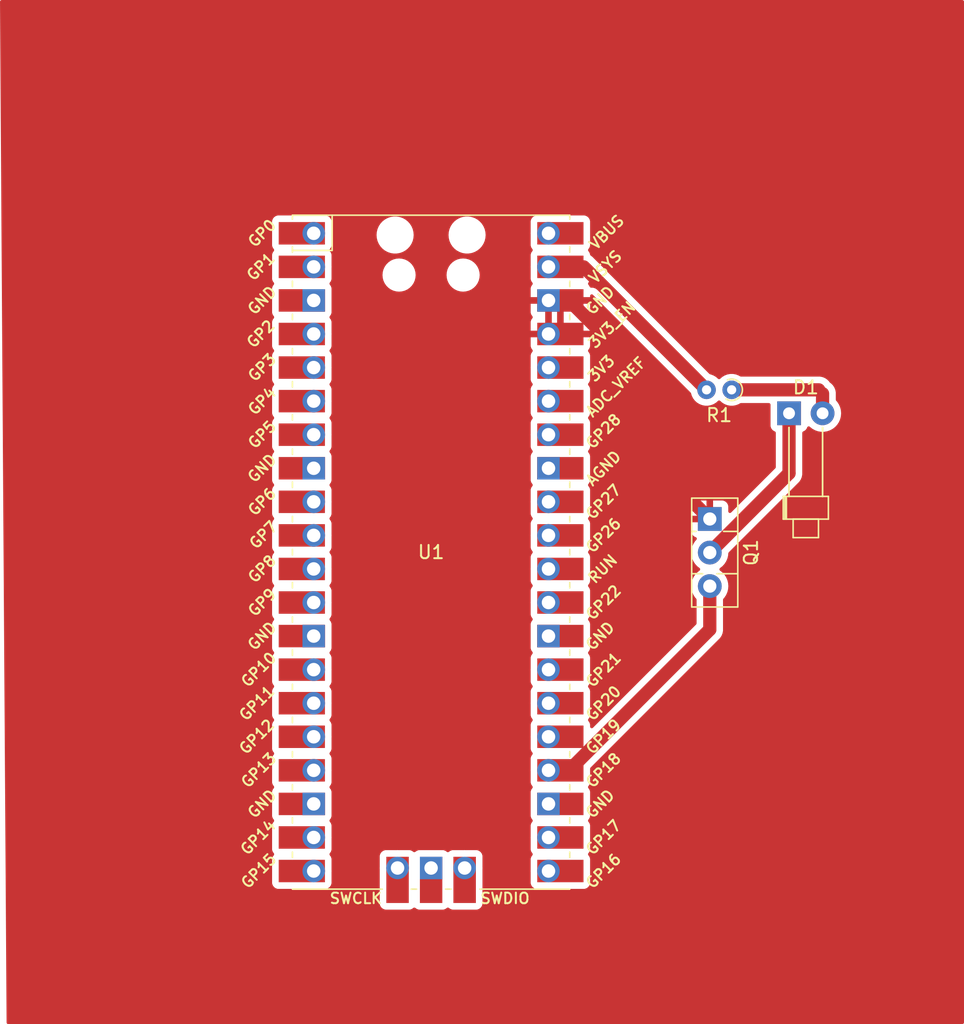
<source format=kicad_pcb>
(kicad_pcb (version 20240108) (generator "pcbnew") (generator_version "8.0")
  (layers (0 "F.Cu" signal) (31 "B.Cu" signal) (34 "B.Paste" user) (35 "F.Paste" user) (36 "B.SilkS" user "B.Silkscreen") (37 "F.SilkS" user "F.Silkscreen") (38 "B.Mask" user) (39 "F.Mask" user) (44 "Edge.Cuts" user))
  (net 0 "")
  (net 1 "Net-(D1-K)")
  (net 2 "Net-(D1-A)")
  (net 3 "GND")
  (net 4 "Net-(Q1-B)")
  (net 5 "VCC")
  (footprint "MCU_RaspberryPi_and_Boards:RPi_Pico_SMD_TH" (layer "F.Cu") (at 145.145 94.785)
    (property "Reference" "U1" (at 0 0 0) (layer "F.SilkS"))
    (property "Value" "Pico")
    (fp_line (start -10.5 -25.5) (end -10.5 -25.2) (stroke (width 0.12)) (layer "F.SilkS"))
    (fp_line (start -10.5 -25.5) (end 10.5 -25.5) (stroke (width 0.12)) (layer "F.SilkS"))
    (fp_line (start -10.5 -23.1) (end -10.5 -22.7) (stroke (width 0.12)) (layer "F.SilkS"))
    (fp_line (start -10.5 -22.833) (end -7.493 -22.833) (stroke (width 0.12)) (layer "F.SilkS"))
    (fp_line (start -10.5 -20.5) (end -10.5 -20.1) (stroke (width 0.12)) (layer "F.SilkS"))
    (fp_line (start -10.5 -18) (end -10.5 -17.6) (stroke (width 0.12)) (layer "F.SilkS"))
    (fp_line (start -10.5 -15.4) (end -10.5 -15) (stroke (width 0.12)) (layer "F.SilkS"))
    (fp_line (start -10.5 -12.9) (end -10.5 -12.5) (stroke (width 0.12)) (layer "F.SilkS"))
    (fp_line (start -10.5 -10.4) (end -10.5 -10) (stroke (width 0.12)) (layer "F.SilkS"))
    (fp_line (start -10.5 -7.8) (end -10.5 -7.4) (stroke (width 0.12)) (layer "F.SilkS"))
    (fp_line (start -10.5 -5.3) (end -10.5 -4.9) (stroke (width 0.12)) (layer "F.SilkS"))
    (fp_line (start -10.5 -2.7) (end -10.5 -2.3) (stroke (width 0.12)) (layer "F.SilkS"))
    (fp_line (start -10.5 -0.2) (end -10.5 0.2) (stroke (width 0.12)) (layer "F.SilkS"))
    (fp_line (start -10.5 2.3) (end -10.5 2.7) (stroke (width 0.12)) (layer "F.SilkS"))
    (fp_line (start -10.5 4.9) (end -10.5 5.3) (stroke (width 0.12)) (layer "F.SilkS"))
    (fp_line (start -10.5 7.4) (end -10.5 7.8) (stroke (width 0.12)) (layer "F.SilkS"))
    (fp_line (start -10.5 10) (end -10.5 10.4) (stroke (width 0.12)) (layer "F.SilkS"))
    (fp_line (start -10.5 12.5) (end -10.5 12.9) (stroke (width 0.12)) (layer "F.SilkS"))
    (fp_line (start -10.5 15.1) (end -10.5 15.5) (stroke (width 0.12)) (layer "F.SilkS"))
    (fp_line (start -10.5 17.6) (end -10.5 18) (stroke (width 0.12)) (layer "F.SilkS"))
    (fp_line (start -10.5 20.1) (end -10.5 20.5) (stroke (width 0.12)) (layer "F.SilkS"))
    (fp_line (start -10.5 22.7) (end -10.5 23.1) (stroke (width 0.12)) (layer "F.SilkS"))
    (fp_line (start -7.493 -22.833) (end -7.493 -25.5) (stroke (width 0.12)) (layer "F.SilkS"))
    (fp_line (start -3.7 25.5) (end -10.5 25.5) (stroke (width 0.12)) (layer "F.SilkS"))
    (fp_line (start -1.5 25.5) (end -1.1 25.5) (stroke (width 0.12)) (layer "F.SilkS"))
    (fp_line (start 1.1 25.5) (end 1.5 25.5) (stroke (width 0.12)) (layer "F.SilkS"))
    (fp_line (start 10.5 -25.5) (end 10.5 -25.2) (stroke (width 0.12)) (layer "F.SilkS"))
    (fp_line (start 10.5 -23.1) (end 10.5 -22.7) (stroke (width 0.12)) (layer "F.SilkS"))
    (fp_line (start 10.5 -20.5) (end 10.5 -20.1) (stroke (width 0.12)) (layer "F.SilkS"))
    (fp_line (start 10.5 -18) (end 10.5 -17.6) (stroke (width 0.12)) (layer "F.SilkS"))
    (fp_line (start 10.5 -15.4) (end 10.5 -15) (stroke (width 0.12)) (layer "F.SilkS"))
    (fp_line (start 10.5 -12.9) (end 10.5 -12.5) (stroke (width 0.12)) (layer "F.SilkS"))
    (fp_line (start 10.5 -10.4) (end 10.5 -10) (stroke (width 0.12)) (layer "F.SilkS"))
    (fp_line (start 10.5 -7.8) (end 10.5 -7.4) (stroke (width 0.12)) (layer "F.SilkS"))
    (fp_line (start 10.5 -5.3) (end 10.5 -4.9) (stroke (width 0.12)) (layer "F.SilkS"))
    (fp_line (start 10.5 -2.7) (end 10.5 -2.3) (stroke (width 0.12)) (layer "F.SilkS"))
    (fp_line (start 10.5 -0.2) (end 10.5 0.2) (stroke (width 0.12)) (layer "F.SilkS"))
    (fp_line (start 10.5 2.3) (end 10.5 2.7) (stroke (width 0.12)) (layer "F.SilkS"))
    (fp_line (start 10.5 4.9) (end 10.5 5.3) (stroke (width 0.12)) (layer "F.SilkS"))
    (fp_line (start 10.5 7.4) (end 10.5 7.8) (stroke (width 0.12)) (layer "F.SilkS"))
    (fp_line (start 10.5 10) (end 10.5 10.4) (stroke (width 0.12)) (layer "F.SilkS"))
    (fp_line (start 10.5 12.5) (end 10.5 12.9) (stroke (width 0.12)) (layer "F.SilkS"))
    (fp_line (start 10.5 15.1) (end 10.5 15.5) (stroke (width 0.12)) (layer "F.SilkS"))
    (fp_line (start 10.5 17.6) (end 10.5 18) (stroke (width 0.12)) (layer "F.SilkS"))
    (fp_line (start 10.5 20.1) (end 10.5 20.5) (stroke (width 0.12)) (layer "F.SilkS"))
    (fp_line (start 10.5 22.7) (end 10.5 23.1) (stroke (width 0.12)) (layer "F.SilkS"))
    (fp_line (start 10.5 25.5) (end 3.7 25.5) (stroke (width 0.12)) (layer "F.SilkS"))
    (fp_text user "GND" (at 12.8 19.05 45) (layer "F.SilkS") (effects (font (size 0.8 0.8))))
    (fp_text user "GND" (at -12.8 -6.35 45) (layer "F.SilkS") (effects (font (size 0.8 0.8))))
    (fp_text user "GP28" (at 13.054 -9.144 45) (layer "F.SilkS") (effects (font (size 0.8 0.8))))
    (fp_text user "GP17" (at 13.054 21.59 45) (layer "F.SilkS") (effects (font (size 0.8 0.8))))
    (fp_text user "GP4" (at -12.8 -11.43 45) (layer "F.SilkS") (effects (font (size 0.8 0.8))))
    (fp_text user "GND" (at -12.8 19.05 45) (layer "F.SilkS") (effects (font (size 0.8 0.8))))
    (fp_text user "GP13" (at -13.054 16.51 45) (layer "F.SilkS") (effects (font (size 0.8 0.8))))
    (fp_text user "VBUS" (at 13.3 -24.2 45) (layer "F.SilkS") (effects (font (size 0.8 0.8))))
    (fp_text user "GP2" (at -12.9 -16.51 45) (layer "F.SilkS") (effects (font (size 0.8 0.8))))
    (fp_text user "GP8" (at -12.8 1.27 45) (layer "F.SilkS") (effects (font (size 0.8 0.8))))
    (fp_text user "GP14" (at -13.1 21.59 45) (layer "F.SilkS") (effects (font (size 0.8 0.8))))
    (fp_text user "GP15" (at -13.054 24.13 45) (layer "F.SilkS") (effects (font (size 0.8 0.8))))
    (fp_text user "3V3_EN" (at 13.7 -17.2 45) (layer "F.SilkS") (effects (font (size 0.8 0.8))))
    (fp_text user "GND" (at -12.8 6.35 45) (layer "F.SilkS") (effects (font (size 0.8 0.8))))
    (fp_text user "GP10" (at -13.054 8.89 45) (layer "F.SilkS") (effects (font (size 0.8 0.8))))
    (fp_text user "3V3" (at 12.9 -13.9 45) (layer "F.SilkS") (effects (font (size 0.8 0.8))))
    (fp_text user "GP22" (at 13.054 3.81 45) (layer "F.SilkS") (effects (font (size 0.8 0.8))))
    (fp_text user "ADC_VREF" (at 14 -12.5 45) (layer "F.SilkS") (effects (font (size 0.8 0.8))))
    (fp_text user "GP11" (at -13.2 11.43 45) (layer "F.SilkS") (effects (font (size 0.8 0.8))))
    (fp_text user "GP26" (at 13.054 -1.27 45) (layer "F.SilkS") (effects (font (size 0.8 0.8))))
    (fp_text user "RUN" (at 13 1.27 45) (layer "F.SilkS") (effects (font (size 0.8 0.8))))
    (fp_text user "GND" (at -12.8 -19.05 45) (layer "F.SilkS") (effects (font (size 0.8 0.8))))
    (fp_text user "GP16" (at 13.054 24.13 45) (layer "F.SilkS") (effects (font (size 0.8 0.8))))
    (fp_text user "GP5" (at -12.8 -8.89 45) (layer "F.SilkS") (effects (font (size 0.8 0.8))))
    (fp_text user "GP21" (at 13.054 8.9 45) (layer "F.SilkS") (effects (font (size 0.8 0.8))))
    (fp_text user "GP20" (at 13.054 11.43 45) (layer "F.SilkS") (effects (font (size 0.8 0.8))))
    (fp_text user "GP12" (at -13.2 13.97 45) (layer "F.SilkS") (effects (font (size 0.8 0.8))))
    (fp_text user "GP27" (at 13.054 -3.8 45) (layer "F.SilkS") (effects (font (size 0.8 0.8))))
    (fp_text user "SWCLK" (at -5.7 26.2 0) (layer "F.SilkS") (effects (font (size 0.8 0.8))))
    (fp_text user "GP7" (at -12.7 -1.3 45) (layer "F.SilkS") (effects (font (size 0.8 0.8))))
    (fp_text user "GP9" (at -12.8 3.81 45) (layer "F.SilkS") (effects (font (size 0.8 0.8))))
    (fp_text user "GP18" (at 13.054 16.51 45) (layer "F.SilkS") (effects (font (size 0.8 0.8))))
    (fp_text user "GND" (at 12.8 6.35 45) (layer "F.SilkS") (effects (font (size 0.8 0.8))))
    (fp_text user "GP0" (at -12.8 -24.13 45) (layer "F.SilkS") (effects (font (size 0.8 0.8))))
    (fp_text user "AGND" (at 13.054 -6.35 45) (layer "F.SilkS") (effects (font (size 0.8 0.8))))
    (fp_text user "GND" (at 12.8 -19.05 45) (layer "F.SilkS") (effects (font (size 0.8 0.8))))
    (fp_text user "GP3" (at -12.8 -13.97 45) (layer "F.SilkS") (effects (font (size 0.8 0.8))))
    (fp_text user "SWDIO" (at 5.6 26.2 0) (layer "F.SilkS") (effects (font (size 0.8 0.8))))
    (fp_text user "VSYS" (at 13.2 -21.59 45) (layer "F.SilkS") (effects (font (size 0.8 0.8))))
    (fp_text user "GP19" (at 13.054 13.97 45) (layer "F.SilkS") (effects (font (size 0.8 0.8))))
    (fp_text user "GP1" (at -12.9 -21.6 45) (layer "F.SilkS") (effects (font (size 0.8 0.8))))
    (fp_text user "GP6" (at -12.8 -3.81 45) (layer "F.SilkS") (effects (font (size 0.8 0.8))))
    (pad "" np_thru_hole oval (at -2.725 -24) (size 1.8 1.8) (drill 1.8) (layers "*.Cu" "*.Mask"))
    (pad "" np_thru_hole oval (at -2.425 -20.97) (size 1.5 1.5) (drill 1.5) (layers "*.Cu" "*.Mask"))
    (pad "" np_thru_hole oval (at 2.425 -20.97) (size 1.5 1.5) (drill 1.5) (layers "*.Cu" "*.Mask"))
    (pad "" np_thru_hole oval (at 2.725 -24) (size 1.8 1.8) (drill 1.8) (layers "*.Cu" "*.Mask"))
    (pad "1" thru_hole oval (at -8.89 -24.13) (size 1.7 1.7) (drill 1.02) (layers "*.Cu" "*.Mask"))
    (pad "1" smd rect (at -8.89 -24.13) (size 3.5 1.7) (drill (offset -0.9 0)) (layers "F.Cu" "F.Mask"))
    (pad "2" thru_hole oval (at -8.89 -21.59) (size 1.7 1.7) (drill 1.02) (layers "*.Cu" "*.Mask"))
    (pad "2" smd rect (at -8.89 -21.59) (size 3.5 1.7) (drill (offset -0.9 0)) (layers "F.Cu" "F.Mask"))
    (pad "3" thru_hole rect (at -8.89 -19.05) (size 1.7 1.7) (drill 1.02) (layers "*.Cu" "*.Mask"))
    (pad "3" smd rect (at -8.89 -19.05) (size 3.5 1.7) (drill (offset -0.9 0)) (layers "F.Cu" "F.Mask"))
    (pad "4" thru_hole oval (at -8.89 -16.51) (size 1.7 1.7) (drill 1.02) (layers "*.Cu" "*.Mask"))
    (pad "4" smd rect (at -8.89 -16.51) (size 3.5 1.7) (drill (offset -0.9 0)) (layers "F.Cu" "F.Mask"))
    (pad "5" thru_hole oval (at -8.89 -13.97) (size 1.7 1.7) (drill 1.02) (layers "*.Cu" "*.Mask"))
    (pad "5" smd rect (at -8.89 -13.97) (size 3.5 1.7) (drill (offset -0.9 0)) (layers "F.Cu" "F.Mask"))
    (pad "6" thru_hole oval (at -8.89 -11.43) (size 1.7 1.7) (drill 1.02) (layers "*.Cu" "*.Mask"))
    (pad "6" smd rect (at -8.89 -11.43) (size 3.5 1.7) (drill (offset -0.9 0)) (layers "F.Cu" "F.Mask"))
    (pad "7" thru_hole oval (at -8.89 -8.89) (size 1.7 1.7) (drill 1.02) (layers "*.Cu" "*.Mask"))
    (pad "7" smd rect (at -8.89 -8.89) (size 3.5 1.7) (drill (offset -0.9 0)) (layers "F.Cu" "F.Mask"))
    (pad "8" thru_hole rect (at -8.89 -6.35) (size 1.7 1.7) (drill 1.02) (layers "*.Cu" "*.Mask"))
    (pad "8" smd rect (at -8.89 -6.35) (size 3.5 1.7) (drill (offset -0.9 0)) (layers "F.Cu" "F.Mask"))
    (pad "9" thru_hole oval (at -8.89 -3.81) (size 1.7 1.7) (drill 1.02) (layers "*.Cu" "*.Mask"))
    (pad "9" smd rect (at -8.89 -3.81) (size 3.5 1.7) (drill (offset -0.9 0)) (layers "F.Cu" "F.Mask"))
    (pad "10" thru_hole oval (at -8.89 -1.27) (size 1.7 1.7) (drill 1.02) (layers "*.Cu" "*.Mask"))
    (pad "10" smd rect (at -8.89 -1.27) (size 3.5 1.7) (drill (offset -0.9 0)) (layers "F.Cu" "F.Mask"))
    (pad "11" thru_hole oval (at -8.89 1.27) (size 1.7 1.7) (drill 1.02) (layers "*.Cu" "*.Mask"))
    (pad "11" smd rect (at -8.89 1.27) (size 3.5 1.7) (drill (offset -0.9 0)) (layers "F.Cu" "F.Mask"))
    (pad "12" thru_hole oval (at -8.89 3.81) (size 1.7 1.7) (drill 1.02) (layers "*.Cu" "*.Mask"))
    (pad "12" smd rect (at -8.89 3.81) (size 3.5 1.7) (drill (offset -0.9 0)) (layers "F.Cu" "F.Mask"))
    (pad "13" thru_hole rect (at -8.89 6.35) (size 1.7 1.7) (drill 1.02) (layers "*.Cu" "*.Mask"))
    (pad "13" smd rect (at -8.89 6.35) (size 3.5 1.7) (drill (offset -0.9 0)) (layers "F.Cu" "F.Mask"))
    (pad "14" thru_hole oval (at -8.89 8.89) (size 1.7 1.7) (drill 1.02) (layers "*.Cu" "*.Mask"))
    (pad "14" smd rect (at -8.89 8.89) (size 3.5 1.7) (drill (offset -0.9 0)) (layers "F.Cu" "F.Mask"))
    (pad "15" thru_hole oval (at -8.89 11.43) (size 1.7 1.7) (drill 1.02) (layers "*.Cu" "*.Mask"))
    (pad "15" smd rect (at -8.89 11.43) (size 3.5 1.7) (drill (offset -0.9 0)) (layers "F.Cu" "F.Mask"))
    (pad "16" thru_hole oval (at -8.89 13.97) (size 1.7 1.7) (drill 1.02) (layers "*.Cu" "*.Mask"))
    (pad "16" smd rect (at -8.89 13.97) (size 3.5 1.7) (drill (offset -0.9 0)) (layers "F.Cu" "F.Mask"))
    (pad "17" thru_hole oval (at -8.89 16.51) (size 1.7 1.7) (drill 1.02) (layers "*.Cu" "*.Mask"))
    (pad "17" smd rect (at -8.89 16.51) (size 3.5 1.7) (drill (offset -0.9 0)) (layers "F.Cu" "F.Mask"))
    (pad "18" thru_hole rect (at -8.89 19.05) (size 1.7 1.7) (drill 1.02) (layers "*.Cu" "*.Mask"))
    (pad "18" smd rect (at -8.89 19.05) (size 3.5 1.7) (drill (offset -0.9 0)) (layers "F.Cu" "F.Mask"))
    (pad "19" thru_hole oval (at -8.89 21.59) (size 1.7 1.7) (drill 1.02) (layers "*.Cu" "*.Mask"))
    (pad "19" smd rect (at -8.89 21.59) (size 3.5 1.7) (drill (offset -0.9 0)) (layers "F.Cu" "F.Mask"))
    (pad "20" thru_hole oval (at -8.89 24.13) (size 1.7 1.7) (drill 1.02) (layers "*.Cu" "*.Mask"))
    (pad "20" smd rect (at -8.89 24.13) (size 3.5 1.7) (drill (offset -0.9 0)) (layers "F.Cu" "F.Mask"))
    (pad "21" thru_hole oval (at 8.89 24.13) (size 1.7 1.7) (drill 1.02) (layers "*.Cu" "*.Mask"))
    (pad "21" smd rect (at 8.89 24.13) (size 3.5 1.7) (drill (offset 0.9 0)) (layers "F.Cu" "F.Mask"))
    (pad "22" thru_hole oval (at 8.89 21.59) (size 1.7 1.7) (drill 1.02) (layers "*.Cu" "*.Mask"))
    (pad "22" smd rect (at 8.89 21.59) (size 3.5 1.7) (drill (offset 0.9 0)) (layers "F.Cu" "F.Mask"))
    (pad "23" thru_hole rect (at 8.89 19.05) (size 1.7 1.7) (drill 1.02) (layers "*.Cu" "*.Mask"))
    (pad "23" smd rect (at 8.89 19.05) (size 3.5 1.7) (drill (offset 0.9 0)) (layers "F.Cu" "F.Mask"))
    (pad "24" thru_hole oval (at 8.89 16.51) (size 1.7 1.7) (drill 1.02) (layers "*.Cu" "*.Mask") (net 4 "Net-(Q1-B)"))
    (pad "24" smd rect (at 8.89 16.51) (size 3.5 1.7) (drill (offset 0.9 0)) (layers "F.Cu" "F.Mask") (net 4 "Net-(Q1-B)"))
    (pad "25" thru_hole oval (at 8.89 13.97) (size 1.7 1.7) (drill 1.02) (layers "*.Cu" "*.Mask") (net 4 "Net-(Q1-B)"))
    (pad "25" smd rect (at 8.89 13.97) (size 3.5 1.7) (drill (offset 0.9 0)) (layers "F.Cu" "F.Mask") (net 4 "Net-(Q1-B)"))
    (pad "26" thru_hole oval (at 8.89 11.43) (size 1.7 1.7) (drill 1.02) (layers "*.Cu" "*.Mask"))
    (pad "26" smd rect (at 8.89 11.43) (size 3.5 1.7) (drill (offset 0.9 0)) (layers "F.Cu" "F.Mask"))
    (pad "27" thru_hole oval (at 8.89 8.89) (size 1.7 1.7) (drill 1.02) (layers "*.Cu" "*.Mask"))
    (pad "27" smd rect (at 8.89 8.89) (size 3.5 1.7) (drill (offset 0.9 0)) (layers "F.Cu" "F.Mask"))
    (pad "28" thru_hole rect (at 8.89 6.35) (size 1.7 1.7) (drill 1.02) (layers "*.Cu" "*.Mask"))
    (pad "28" smd rect (at 8.89 6.35) (size 3.5 1.7) (drill (offset 0.9 0)) (layers "F.Cu" "F.Mask"))
    (pad "29" thru_hole oval (at 8.89 3.81) (size 1.7 1.7) (drill 1.02) (layers "*.Cu" "*.Mask"))
    (pad "29" smd rect (at 8.89 3.81) (size 3.5 1.7) (drill (offset 0.9 0)) (layers "F.Cu" "F.Mask"))
    (pad "30" thru_hole oval (at 8.89 1.27) (size 1.7 1.7) (drill 1.02) (layers "*.Cu" "*.Mask"))
    (pad "30" smd rect (at 8.89 1.27) (size 3.5 1.7) (drill (offset 0.9 0)) (layers "F.Cu" "F.Mask"))
    (pad "31" thru_hole oval (at 8.89 -1.27) (size 1.7 1.7) (drill 1.02) (layers "*.Cu" "*.Mask"))
    (pad "31" smd rect (at 8.89 -1.27) (size 3.5 1.7) (drill (offset 0.9 0)) (layers "F.Cu" "F.Mask"))
    (pad "32" thru_hole oval (at 8.89 -3.81) (size 1.7 1.7) (drill 1.02) (layers "*.Cu" "*.Mask"))
    (pad "32" smd rect (at 8.89 -3.81) (size 3.5 1.7) (drill (offset 0.9 0)) (layers "F.Cu" "F.Mask"))
    (pad "33" thru_hole rect (at 8.89 -6.35) (size 1.7 1.7) (drill 1.02) (layers "*.Cu" "*.Mask"))
    (pad "33" smd rect (at 8.89 -6.35) (size 3.5 1.7) (drill (offset 0.9 0)) (layers "F.Cu" "F.Mask"))
    (pad "34" thru_hole oval (at 8.89 -8.89) (size 1.7 1.7) (drill 1.02) (layers "*.Cu" "*.Mask"))
    (pad "34" smd rect (at 8.89 -8.89) (size 3.5 1.7) (drill (offset 0.9 0)) (layers "F.Cu" "F.Mask"))
    (pad "35" thru_hole oval (at 8.89 -11.43) (size 1.7 1.7) (drill 1.02) (layers "*.Cu" "*.Mask"))
    (pad "35" smd rect (at 8.89 -11.43) (size 3.5 1.7) (drill (offset 0.9 0)) (layers "F.Cu" "F.Mask"))
    (pad "36" thru_hole oval (at 8.89 -13.97) (size 1.7 1.7) (drill 1.02) (layers "*.Cu" "*.Mask"))
    (pad "36" smd rect (at 8.89 -13.97) (size 3.5 1.7) (drill (offset 0.9 0)) (layers "F.Cu" "F.Mask"))
    (pad "37" thru_hole oval (at 8.89 -16.51) (size 1.7 1.7) (drill 1.02) (layers "*.Cu" "*.Mask") (net 3 "GND"))
    (pad "37" smd rect (at 8.89 -16.51) (size 3.5 1.7) (drill (offset 0.9 0)) (layers "F.Cu" "F.Mask") (net 3 "GND"))
    (pad "38" thru_hole rect (at 8.89 -19.05) (size 1.7 1.7) (drill 1.02) (layers "*.Cu" "*.Mask") (net 3 "GND"))
    (pad "38" smd rect (at 8.89 -19.05) (size 3.5 1.7) (drill (offset 0.9 0)) (layers "F.Cu" "F.Mask") (net 3 "GND"))
    (pad "39" thru_hole oval (at 8.89 -21.59) (size 1.7 1.7) (drill 1.02) (layers "*.Cu" "*.Mask") (net 5 "VCC"))
    (pad "39" smd rect (at 8.89 -21.59) (size 3.5 1.7) (drill (offset 0.9 0)) (layers "F.Cu" "F.Mask") (net 5 "VCC"))
    (pad "40" thru_hole oval (at 8.89 -24.13) (size 1.7 1.7) (drill 1.02) (layers "*.Cu" "*.Mask"))
    (pad "40" smd rect (at 8.89 -24.13) (size 3.5 1.7) (drill (offset 0.9 0)) (layers "F.Cu" "F.Mask"))
    (pad "41" thru_hole oval (at -2.54 23.9) (size 1.7 1.7) (drill 1.02) (layers "*.Cu" "*.Mask"))
    (pad "41" smd rect (at -2.54 23.9 90) (size 3.5 1.7) (drill (offset -0.9 0)) (layers "F.Cu" "F.Mask"))
    (pad "42" thru_hole rect (at 0 23.9) (size 1.7 1.7) (drill 1.02) (layers "*.Cu" "*.Mask"))
    (pad "42" smd rect (at 0 23.9 90) (size 3.5 1.7) (drill (offset -0.9 0)) (layers "F.Cu" "F.Mask"))
    (pad "43" thru_hole oval (at 2.54 23.9) (size 1.7 1.7) (drill 1.02) (layers "*.Cu" "*.Mask"))
    (pad "43" smd rect (at 2.54 23.9 90) (size 3.5 1.7) (drill (offset -0.9 0)) (layers "F.Cu" "F.Mask"))
  )
  (footprint "LED_THT:LED_D1.8mm_W1.8mm_H2.4mm_Horizontal_O6.35mm_Z8.2mm" (layer "F.Cu") (at 172.25 84.275)
    (property "Reference" "D1" (at 1.27 -1.96 0) (layer "F.SilkS"))
    (property "Value" "LED")
    (fp_line (start -0.44 6.29) (end -0.44 8.01) (stroke (width 0.12)) (layer "F.SilkS"))
    (fp_line (start -0.44 8.01) (end 2.98 8.01) (stroke (width 0.12)) (layer "F.SilkS"))
    (fp_line (start -0.32 6.29) (end -0.32 8.01) (stroke (width 0.12)) (layer "F.SilkS"))
    (fp_line (start -0.2 6.29) (end -0.2 8.01) (stroke (width 0.12)) (layer "F.SilkS"))
    (fp_line (start 0 1.08) (end 0 1.08) (stroke (width 0.12)) (layer "F.SilkS"))
    (fp_line (start 0 1.08) (end 0 6.29) (stroke (width 0.12)) (layer "F.SilkS"))
    (fp_line (start 0 6.29) (end 0 1.08) (stroke (width 0.12)) (layer "F.SilkS"))
    (fp_line (start 0 6.29) (end 0 6.29) (stroke (width 0.12)) (layer "F.SilkS"))
    (fp_line (start 0.31 8.01) (end 0.31 9.41) (stroke (width 0.12)) (layer "F.SilkS"))
    (fp_line (start 0.31 9.41) (end 2.23 9.41) (stroke (width 0.12)) (layer "F.SilkS"))
    (fp_line (start 2.23 8.01) (end 0.31 8.01) (stroke (width 0.12)) (layer "F.SilkS"))
    (fp_line (start 2.23 9.41) (end 2.23 8.01) (stroke (width 0.12)) (layer "F.SilkS"))
    (fp_line (start 2.54 1.08) (end 2.54 1.08) (stroke (width 0.12)) (layer "F.SilkS"))
    (fp_line (start 2.54 1.08) (end 2.54 6.29) (stroke (width 0.12)) (layer "F.SilkS"))
    (fp_line (start 2.54 6.29) (end 2.54 1.08) (stroke (width 0.12)) (layer "F.SilkS"))
    (fp_line (start 2.54 6.29) (end 2.54 6.29) (stroke (width 0.12)) (layer "F.SilkS"))
    (fp_line (start 2.98 6.29) (end -0.44 6.29) (stroke (width 0.12)) (layer "F.SilkS"))
    (fp_line (start 2.98 8.01) (end 2.98 6.29) (stroke (width 0.12)) (layer "F.SilkS"))
    (pad "1" thru_hole rect (at 0 0) (size 1.8 1.8) (drill 0.9) (layers "*.Cu" "*.Mask") (net 1 "Net-(D1-K)"))
    (pad "2" thru_hole circle (at 2.54 0) (size 1.8 1.8) (drill 0.9) (layers "*.Cu" "*.Mask") (net 2 "Net-(D1-A)"))
  )
  (footprint "Resistor_THT:R_Axial_DIN0204_L3.6mm_D1.6mm_P1.90mm_Vertical" (layer "F.Cu") (at 167.905 82.5 180)
    (property "Reference" "R1" (at 0.95 -1.92 180) (layer "F.SilkS"))
    (property "Value" "R")
    (fp_arc (start 0.320095 0.749359) (mid -0.813042 -0.054435) (end 0.417133 -0.7) (stroke (width 0.12)) (layer "F.SilkS"))
    (pad "1" thru_hole circle (at 0 0 180) (size 1.4 1.4) (drill 0.7) (layers "*.Cu" "*.Mask") (net 2 "Net-(D1-A)"))
    (pad "2" thru_hole oval (at 1.9 0 180) (size 1.4 1.4) (drill 0.7) (layers "*.Cu" "*.Mask") (net 5 "VCC"))
  )
  (footprint "Package_TO_SOT_THT:TO-126-3_Vertical" (layer "F.Cu") (at 166.25 92.275 -90)
    (property "Reference" "Q1" (at 2.54 -3.12 90) (layer "F.SilkS"))
    (property "Value" "BF457")
    (fp_line (start -1.58 1.37) (end 6.66 1.37) (stroke (width 0.12)) (layer "F.SilkS"))
    (fp_line (start 0.94 1.05) (end 0.94 1.37) (stroke (width 0.12)) (layer "F.SilkS"))
    (fp_line (start 4.141 0.54) (end 4.141 1.37) (stroke (width 0.12)) (layer "F.SilkS"))
    (fp_line (start -1.58 -2.12) (end -1.58 1.37) (stroke (width 0.12)) (layer "F.SilkS"))
    (fp_line (start -1.58 -2.12) (end 6.66 -2.12) (stroke (width 0.12)) (layer "F.SilkS"))
    (fp_line (start 0.94 -2.12) (end 0.94 -1.05) (stroke (width 0.12)) (layer "F.SilkS"))
    (fp_line (start 4.141 -2.12) (end 4.141 -0.54) (stroke (width 0.12)) (layer "F.SilkS"))
    (fp_line (start 6.66 -2.12) (end 6.66 1.37) (stroke (width 0.12)) (layer "F.SilkS"))
    (pad "1" thru_hole rect (at 0 0 270) (size 1.8 1.8) (drill 1) (layers "*.Cu" "*.Mask") (net 3 "GND"))
    (pad "2" thru_hole oval (at 2.54 0 270) (size 1.8 1.8) (drill 1) (layers "*.Cu" "*.Mask") (net 1 "Net-(D1-K)"))
    (pad "3" thru_hole oval (at 5.08 0 270) (size 1.8 1.8) (drill 1) (layers "*.Cu" "*.Mask") (net 4 "Net-(Q1-B)"))
  )
  (segment (start 172.25 88.815) (end 166.25 94.815) (width 1) (layer "F.Cu") (net 1))
  (segment (start 172.25 84.275) (end 172.25 88.815) (width 1) (layer "F.Cu") (net 1))
  (segment (start 174.79 82.79) (end 174.5 82.5) (width 0.2) (layer "F.Cu") (net 2))
  (segment (start 174.79 84.275) (end 174.79 82.79) (width 1) (layer "F.Cu") (net 2))
  (segment (start 174.5 82.5) (end 167.905 82.5) (width 1) (layer "F.Cu") (net 2))
  (segment (start 164.35 90.375) (end 166.25 92.275) (width 1) (layer "F.Cu") (net 3))
  (segment (start 155.595 75.735) (end 164.35 84.49) (width 1) (layer "F.Cu") (net 3))
  (segment (start 154.035 75.735) (end 155.595 75.735) (width 0.2) (layer "F.Cu") (net 3))
  (segment (start 164.35 84.49) (end 164.35 90.375) (width 1) (layer "F.Cu") (net 3))
  (segment (start 155.595 111.295) (end 154.035 111.295) (width 0.2) (layer "F.Cu") (net 4))
  (segment (start 166.25 100.64) (end 155.595 111.295) (width 1) (layer "F.Cu") (net 4))
  (segment (start 166.25 97.355) (end 166.25 100.64) (width 1) (layer "F.Cu") (net 4))
  (segment (start 156.7 73.195) (end 166.005 82.5) (width 1) (layer "F.Cu") (net 5))
  (segment (start 154.035 73.195) (end 156.7 73.195) (width 0.2) (layer "F.Cu") (net 5))
  (zone (net 3) (net_name "GND") (layer "F.Cu") (priority 1) (connect_pads (clearance 0.5)) (min_thickness 0.25) (fill yes (thermal_gap 0.5) (thermal_bridge_width 0.5))
    (polygon (pts (xy 112.5 53) (xy 185.5 53) (xy 185.5 130.5) (xy 113 130.5)))
  )
  (zone (net 5) (net_name "VCC") (layer "F.Cu") (connect_pads (clearance 0.5)) (min_thickness 0.25) (fill yes (thermal_gap 0.5) (thermal_bridge_width 0.5))
    (polygon (pts (xy 116 125.5) (xy 116 60) (xy 180 60) (xy 180 125.5)))
  )
)
</source>
